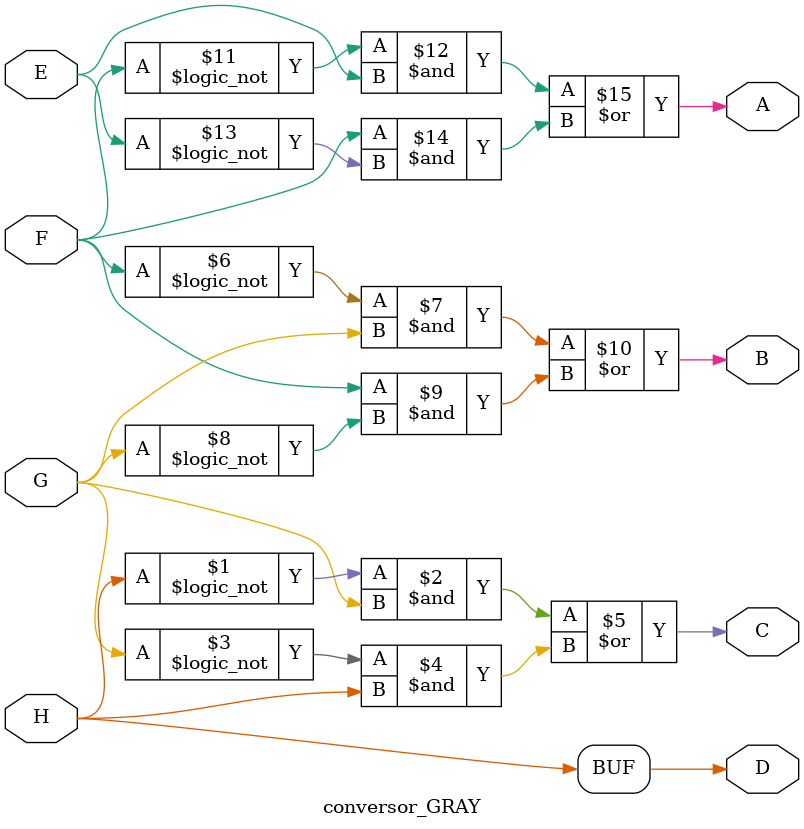
<source format=v>
module conversor_GRAY(
    input H, G, F, E,
    output D, C, B, A
);
    assign D = H;
    assign C = (!H & G) | (!G & H);
    assign B = (!F & G) | (F & !G);
    assign A = (!F & E) | (F & !E);

endmodule
</source>
